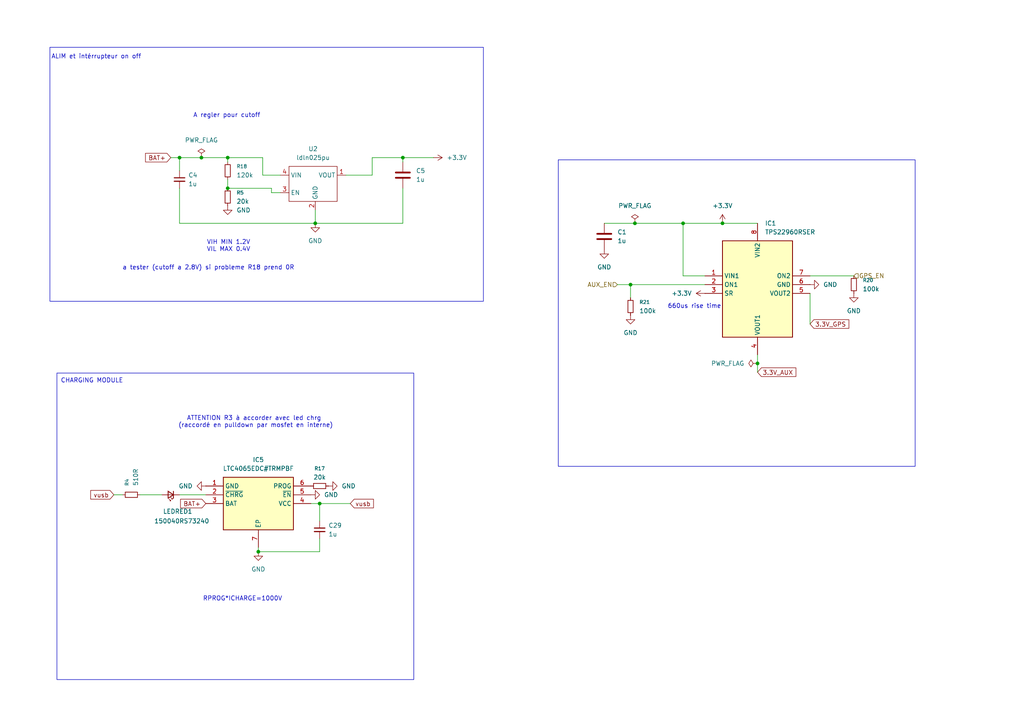
<source format=kicad_sch>
(kicad_sch (version 20250114) (generator "eeschema") (generator_version "9.0")
  (paper "A4")
  (lib_symbols
    (symbol "Device:C" (pin_numbers (hide yes)) (pin_names (offset 0.254))
      (property "Reference" "C" (at 0.635 2.54 0))
      (property "Value" "C" (at 0.635 -2.54 0))
      (symbol "C_0_1"
        (polyline (pts (xy -2.032 0.762) (xy 2.032 0.762)) (stroke (width 0.508)))
        (polyline (pts (xy -2.032 -0.762) (xy 2.032 -0.762)) (stroke (width 0.508)))
      )
      (symbol "C_1_1"
        (pin passive line (at 0 3.81 270) (length 2.794) (name "~") (number "1"))
        (pin passive line (at 0 -3.81 90) (length 2.794) (name "~") (number "2"))
      )
    )
    (symbol "Device:C_Small" (pin_numbers (hide yes)) (pin_names (offset 0.254) (hide yes))
      (property "Reference" "C" (at 0.254 1.778 0))
      (property "Value" "C_Small" (at 0.254 -2.032 0))
      (symbol "C_Small_0_1"
        (polyline (pts (xy -1.524 0.508) (xy 1.524 0.508)) (stroke (width 0.3048)))
        (polyline (pts (xy -1.524 -0.508) (xy 1.524 -0.508)) (stroke (width 0.3302)))
      )
      (symbol "C_Small_1_1"
        (pin passive line (at 0 2.54 270) (length 2.032) (name "~") (number "1"))
        (pin passive line (at 0 -2.54 90) (length 2.032) (name "~") (number "2"))
      )
    )
    (symbol "LED_Small_1" (pin_numbers (hide yes)) (pin_names (offset 0.254) (hide yes))
      (property "Reference" "D" (at -1.27 3.175 0))
      (property "Value" "LED_Small" (at -4.445 -2.54 0))
      (symbol "LED_Small_1_0_1"
        (polyline (pts (xy -0.762 -1.016) (xy -0.762 1.016)) (stroke (width 0.254)))
        (polyline (pts (xy 0 0.762) (xy -0.508 1.27) (xy -0.254 1.27) (xy -0.508 1.27) (xy -0.508 1.016)))
        (polyline (pts (xy 0.508 1.27) (xy 0 1.778) (xy 0.254 1.778) (xy 0 1.778) (xy 0 1.524)))
        (polyline (pts (xy 0.762 -1.016) (xy -0.762 0) (xy 0.762 1.016) (xy 0.762 -1.016)) (stroke (width 0.254)))
        (polyline (pts (xy 1.016 0) (xy -0.762 0)))
      )
      (symbol "LED_Small_1_1_1"
        (pin passive line (at -2.54 0 0) (length 1.778) (name "K") (number "1"))
        (pin passive line (at 2.54 0 180) (length 1.778) (name "A") (number "2"))
      )
    )
    (symbol "R_Small_1" (pin_numbers (hide yes)) (pin_names (offset 0.254) (hide yes))
      (property "Reference" "R" (at 0 0 90))
      (property "Value" "R_Small" (at 1.778 0 90))
      (symbol "R_Small_1_0_1"
        (rectangle (start -0.762 1.778) (end 0.762 -1.778) (stroke (width 0.2032)))
      )
      (symbol "R_Small_1_1_1"
        (pin passive line (at 0 2.54 270) (length 0.762) (name "~") (number "1"))
        (pin passive line (at 0 -2.54 90) (length 0.762) (name "~") (number "2"))
      )
    )
    (symbol "power:+3.3V" (power) (pin_numbers (hide yes)) (pin_names (offset 0) (hide yes))
      (property "Value" "+3.3V" (at 0 3.556 0))
      (symbol "+3.3V_0_1"
        (polyline (pts (xy -0.762 1.27) (xy 0 2.54)))
        (polyline (pts (xy 0 2.54) (xy 0.762 1.27)))
        (polyline (pts (xy 0 0) (xy 0 2.54)))
      )
      (symbol "+3.3V_1_1"
        (pin power_in line (at 0 0 90) (length 0) (name "~") (number "1"))
      )
    )
    (symbol "power:GND" (power) (pin_numbers (hide yes)) (pin_names (offset 0) (hide yes))
      (property "Value" "GND" (at 0 -3.81 0))
      (symbol "GND_0_1"
        (polyline (pts (xy 0 0) (xy 0 -1.27) (xy 1.27 -1.27) (xy 0 -2.54) (xy -1.27 -1.27) (xy 0 -1.27)))
      )
      (symbol "GND_1_1"
        (pin power_in line (at 0 0 270) (length 0) (name "~") (number "1"))
      )
    )
    (symbol "power:PWR_FLAG" (power) (pin_numbers (hide yes)) (pin_names (offset 0) (hide yes))
      (property "Value" "PWR_FLAG" (at 0 3.81 0))
      (symbol "PWR_FLAG_0_0"
        (pin power_out line (at 0 0 90) (length 0) (name "~") (number "1"))
      )
      (symbol "PWR_FLAG_0_1"
        (polyline (pts (xy 0 0) (xy 0 1.27) (xy -1.016 1.905) (xy 0 2.54) (xy 1.016 1.905) (xy 0 1.27)))
      )
    )
    (symbol "samacsys2:LTC4065EDC#TRMPBF"
      (property "Reference" "IC" (at 26.67 7.62 0))
      (property "Value" "LTC4065EDC#TRMPBF" (at 26.67 5.08 0))
      (symbol "LTC4065EDC#TRMPBF_1_1"
        (rectangle (start 5.08 2.54) (end 25.4 -12.7) (stroke (width 0.254)) (fill (type background)))
        (pin passive line (at 0 0 0) (length 5.08) (name "GND") (number "1"))
        (pin passive line (at 0 -2.54 0) (length 5.08) (name "~{CHRG}") (number "2"))
        (pin passive line (at 0 -5.08 0) (length 5.08) (name "BAT") (number "3"))
        (pin passive line (at 15.24 -17.78 90) (length 5.08) (name "EP") (number "7"))
        (pin passive line (at 30.48 0 180) (length 5.08) (name "PROG") (number "6"))
        (pin passive line (at 30.48 -2.54 180) (length 5.08) (name "~{EN}") (number "5"))
        (pin passive line (at 30.48 -5.08 180) (length 5.08) (name "VCC") (number "4"))
      )
    )
    (symbol "samacsys2:TPS22960RSER"
      (property "Reference" "IC" (at 26.67 15.24 0))
      (property "Value" "TPS22960RSER" (at 26.67 12.7 0))
      (symbol "TPS22960RSER_1_1"
        (rectangle (start 5.08 10.16) (end 25.4 -17.78) (stroke (width 0.254)) (fill (type background)))
        (pin free line (at 0 0 0) (length 5.08) (name "VIN1") (number "1"))
        (pin free line (at 0 -2.54 0) (length 5.08) (name "ON1") (number "2"))
        (pin free line (at 0 -5.08 0) (length 5.08) (name "SR") (number "3"))
        (pin power_in line (at 15.24 15.24 270) (length 5.08) (name "VIN2") (number "8"))
        (pin power_in line (at 15.24 -22.86 90) (length 5.08) (name "VOUT1") (number "4"))
        (pin free line (at 30.48 0 180) (length 5.08) (name "ON2") (number "7"))
        (pin free line (at 30.48 -2.54 180) (length 5.08) (name "GND") (number "6"))
        (pin free line (at 30.48 -5.08 180) (length 5.08) (name "VOUT2") (number "5"))
      )
    )
    (symbol "samacsys:ldln025pu"
      (property "Reference" "U" (at 0.254 7.62 0))
      (property "Value" "ldln025pu" (at 0.254 5.08 0))
      (symbol "ldln025pu_0_1"
        (rectangle (start -6.35 3.81) (end 7.62 -6.35))
      )
      (symbol "ldln025pu_1_1"
        (pin free line (at -8.89 1.27 0) (length 2.54) (name "VIN") (number "4"))
        (pin free line (at -8.89 -3.81 0) (length 2.54) (name "EN") (number "3"))
        (pin free line (at 1.27 -8.89 90) (length 2.54) (name "GND") (number "2"))
        (pin free line (at 10.16 1.27 180) (length 2.54) (name "VOUT") (number "1"))
      )
    )
  )
  (rectangle (start 16.51 108.204) (end 120.015 197.104))
  (rectangle (start 161.925 46.355) (end 265.43 135.255))
  (rectangle (start 14.478 13.716) (end 140.208 87.376))
  (text "VIH MIN 1.2V\nVIL MAX 0.4V" (at 66.294 71.374 0) (effects (font (size 1.27 1.27))))
  (text "ALIM et intérrupteur on off" (at 27.94 16.51 0) (effects (font (size 1.27 1.27))))
  (text "A regler pour cutoff" (at 65.786 33.528 0) (effects (font (size 1.27 1.27))))
  (text "a tester (cutoff a 2.8V) si probleme R18 prend 0R" (at 60.452 77.724 0) (effects (font (size 1.27 1.27))))
  (text "RPROG*ICHARGE=1000V" (at 70.358 173.736 0) (effects (font (size 1.27 1.27))))
  (text "ATTENTION R3 à accorder avec led chrg \n(raccordé en pulldown par mosfet en interne)\n" (at 74.168 122.428 0) (effects (font (size 1.27 1.27))))
  (text "CHARGING MODULE" (at 26.67 110.49 0) (effects (font (size 1.27 1.27))))
  (text "660us rise time" (at 201.422 88.9 0) (effects (font (size 1.27 1.27))))
  (junction (at 74.93 160.02))
  (junction (at 198.12 64.77))
  (junction (at 52.07 45.72))
  (junction (at 66.04 45.72))
  (junction (at 182.88 82.55))
  (junction (at 92.71 146.05))
  (junction (at 116.84 45.72))
  (junction (at 184.15 64.77))
  (junction (at 209.55 64.77))
  (junction (at 91.44 64.77))
  (junction (at 219.71 105.41))
  (junction (at 58.42 45.72))
  (junction (at 66.04 54.61))
  (wire (pts (xy 116.84 45.72) (xy 116.84 46.99)))
  (wire (pts (xy 66.04 46.99) (xy 66.04 45.72)))
  (wire (pts (xy 52.07 64.77) (xy 91.44 64.77)))
  (wire (pts (xy 91.44 64.77) (xy 116.84 64.77)))
  (wire (pts (xy 66.04 54.61) (xy 78.74 54.61)))
  (wire (pts (xy 100.33 50.8) (xy 107.95 50.8)))
  (wire (pts (xy 52.07 45.72) (xy 52.07 49.53)))
  (wire (pts (xy 234.95 80.01) (xy 247.65 80.01)))
  (wire (pts (xy 58.42 45.72) (xy 66.04 45.72)))
  (wire (pts (xy 92.71 146.05) (xy 90.17 146.05)))
  (wire (pts (xy 198.12 64.77) (xy 209.55 64.77)))
  (wire (pts (xy 59.69 143.51) (xy 52.07 143.51)))
  (wire (pts (xy 92.71 151.13) (xy 92.71 146.05)))
  (wire (pts (xy 78.74 54.61) (xy 78.74 55.88)))
  (wire (pts (xy 52.07 45.72) (xy 58.42 45.72)))
  (wire (pts (xy 175.26 64.77) (xy 184.15 64.77)))
  (wire (pts (xy 78.74 55.88) (xy 81.28 55.88)))
  (wire (pts (xy 81.28 50.8) (xy 76.2 50.8)))
  (wire (pts (xy 234.95 93.98) (xy 234.95 85.09)))
  (wire (pts (xy 40.64 143.51) (xy 46.99 143.51)))
  (wire (pts (xy 101.6 146.05) (xy 92.71 146.05)))
  (wire (pts (xy 116.84 54.61) (xy 116.84 64.77)))
  (wire (pts (xy 182.88 86.36) (xy 182.88 82.55)))
  (wire (pts (xy 52.07 54.61) (xy 52.07 64.77)))
  (wire (pts (xy 74.93 160.02) (xy 74.93 158.75)))
  (wire (pts (xy 204.47 80.01) (xy 198.12 80.01)))
  (wire (pts (xy 107.95 45.72) (xy 116.84 45.72)))
  (wire (pts (xy 92.71 156.21) (xy 92.71 160.02)))
  (wire (pts (xy 49.53 45.72) (xy 52.07 45.72)))
  (wire (pts (xy 179.07 82.55) (xy 182.88 82.55)))
  (wire (pts (xy 107.95 50.8) (xy 107.95 45.72)))
  (wire (pts (xy 184.15 64.77) (xy 198.12 64.77)))
  (wire (pts (xy 198.12 64.77) (xy 198.12 80.01)))
  (wire (pts (xy 182.88 82.55) (xy 204.47 82.55)))
  (wire (pts (xy 76.2 45.72) (xy 66.04 45.72)))
  (wire (pts (xy 219.71 107.95) (xy 219.71 105.41)))
  (wire (pts (xy 209.55 64.77) (xy 219.71 64.77)))
  (wire (pts (xy 66.04 52.07) (xy 66.04 54.61)))
  (wire (pts (xy 33.02 143.51) (xy 35.56 143.51)))
  (wire (pts (xy 91.44 60.96) (xy 91.44 64.77)))
  (wire (pts (xy 76.2 50.8) (xy 76.2 45.72)))
  (wire (pts (xy 92.71 160.02) (xy 74.93 160.02)))
  (wire (pts (xy 116.84 45.72) (xy 125.73 45.72)))
  (wire (pts (xy 219.71 105.41) (xy 219.71 102.87)))
  (global_label "3.3V_AUX" (shape input) (at 219.71 107.95 0) (property "Intersheetrefs" "${INTERSHEET_REFS}" (effects (hide yes))))
  (global_label "vusb" (shape input) (at 33.02 143.51 180) (property "Intersheetrefs" "${INTERSHEET_REFS}" (effects (hide yes))))
  (global_label "BAT+" (shape input) (at 59.69 146.05 180) (property "Intersheetrefs" "${INTERSHEET_REFS}" (effects (hide yes))))
  (global_label "3.3V_GPS" (shape input) (at 234.95 93.98 0) (property "Intersheetrefs" "${INTERSHEET_REFS}" (effects (hide yes))))
  (global_label "BAT+" (shape input) (at 49.53 45.72 180) (property "Intersheetrefs" "${INTERSHEET_REFS}" (effects (hide yes))))
  (global_label "vusb" (shape input) (at 101.6 146.05 0) (property "Intersheetrefs" "${INTERSHEET_REFS}" (effects (hide yes))))
  (hierarchical_label "AUX_EN" (shape input) (at 179.07 82.55 180))
  (hierarchical_label "GPS_EN" (shape input) (at 247.65 80.01 0))
  (symbol (lib_id "power:PWR_FLAG") (at 219.71 105.41 90) (unit 1)
    (property "Reference" "#FLG03" (effects (hide yes)))
    (property "Value" "PWR_FLAG" (at 215.9 105.4099 90) (effects (justify left)))
    (property "Description" "Special symbol for telling ERC where power comes from" (effects (hide yes)))
  )
  (symbol (lib_name "R_Small_1") (lib_id "Device:R_Small") (at 38.1 143.51 270) (unit 1)
    (property "Reference" "R4" (at 36.8299 140.97 0) (effects (font (size 1.016 1.016)) (justify right)))
    (property "Value" "510R" (at 39.3699 140.97 0) (effects (justify right)))
    (property "Footprint" "Resistor_SMD:R_0201_0603Metric_Pad0.64x0.40mm_HandSolder" (effects (hide yes)))
    (property "Description" "Resistor, small symbol" (effects (hide yes)))
    (property "Mouser Part Number" "603-RC0201JR-07510RL" (effects (hide yes)))
    (property "Mouser Price/Stock" "https://www.mouser.fr/ProductDetail/YAGEO/RC0201JR-07510RL?qs=Q4gDqC5t5%2FDAdrMT21SmCw%3D%3D" (effects (hide yes)))
  )
  (symbol (lib_id "samacsys2:TPS22960RSER") (at 204.47 80.01 0) (unit 1)
    (property "Reference" "IC1" (at 221.8533 64.77 0) (effects (justify left)))
    (property "Value" "TPS22960RSER" (at 221.8533 67.31 0) (effects (justify left)))
    (property "Footprint" "samacsys2:TPS22960RSER" (effects (hide yes)))
    (property "Datasheet" "https://www.ti.com/lit/ds/symlink/tps22960.pdf?ts=1638681846865&ref_url=https%253A%252F%252Fwww.google.com%252F" (effects (hide yes)))
    (property "Description" "Power Switch Hi Side 2-OUT 0.5A 0.848Ohm 8-Pin UQFN T/R" (effects (hide yes)))
    (property "Height" "0.6" (effects (hide yes)))
    (property "Manufacturer_Name" "Texas Instruments" (effects (hide yes)))
    (property "Manufacturer_Part_Number" "TPS22960RSER" (effects (hide yes)))
    (property "Mouser Part Number" "595-TPS22960RSER" (effects (hide yes)))
    (property "Mouser Price/Stock" "https://www.mouser.co.uk/ProductDetail/Texas-Instruments/TPS22960RSER?qs=EQxOuqCyzqQpKHLEcq5RSg%3D%3D" (effects (hide yes)))
    (property "Arrow Part Number" "TPS22960RSER" (effects (hide yes)))
    (property "Arrow Price/Stock" "https://www.arrow.com/en/products/tps22960rser/texas-instruments?region=nac" (effects (hide yes)))
  )
  (symbol (lib_id "power:GND") (at 95.25 140.97 90) (mirror x) (unit 1)
    (property "Reference" "#PWR02" (effects (hide yes)))
    (property "Value" "GND" (at 99.06 140.9699 90) (effects (justify right)))
    (property "Description" "Power symbol creates a global label with name \"GND\" , ground" (effects (hide yes)))
  )
  (symbol (lib_id "power:GND") (at 59.69 140.97 270) (unit 1)
    (property "Reference" "#PWR039" (effects (hide yes)))
    (property "Value" "GND" (at 55.88 140.9699 90) (effects (justify right)))
    (property "Description" "Power symbol creates a global label with name \"GND\" , ground" (effects (hide yes)))
  )
  (symbol (lib_name "R_Small_1") (lib_id "Device:R_Small") (at 66.04 57.15 180) (unit 1)
    (property "Reference" "R5" (at 68.58 55.8799 0) (effects (font (size 1.016 1.016)) (justify right)))
    (property "Value" "20k" (at 68.58 58.4199 0) (effects (justify right)))
    (property "Footprint" "Resistor_SMD:R_0201_0603Metric_Pad0.64x0.40mm_HandSolder" (effects (hide yes)))
    (property "Description" "Resistor, small symbol" (effects (hide yes)))
    (property "Mouser Part Number" "603-AC0201FR-0720KL" (effects (hide yes)))
    (property "Mouser Price/Stock" "https://www.mouser.fr/ProductDetail/YAGEO/AC0201FR-0720KL?qs=NgbZBzc1CyEbaKDOC3%252BFfg%3D%3D" (effects (hide yes)))
  )
  (symbol (lib_id "power:+3.3V") (at 204.47 85.09 90) (unit 1)
    (property "Reference" "#PWR033" (effects (hide yes)))
    (property "Value" "+3.3V" (at 200.66 85.0899 90) (effects (justify left)))
    (property "Description" "Power symbol creates a global label with name \"+3.3V\"" (effects (hide yes)))
  )
  (symbol (lib_name "R_Small_1") (lib_id "Device:R_Small") (at 182.88 88.9 180) (unit 1)
    (property "Reference" "R21" (at 185.42 87.6299 0) (effects (font (size 1.016 1.016)) (justify right)))
    (property "Value" "100k" (at 185.42 90.1699 0) (effects (justify right)))
    (property "Footprint" "Resistor_SMD:R_0201_0603Metric_Pad0.64x0.40mm_HandSolder" (effects (hide yes)))
    (property "Description" "Resistor, small symbol" (effects (hide yes)))
    (property "Mouser Part Number" "603-RC0201BR-07100KL" (effects (hide yes)))
    (property "Mouser Price/Stock" "https://www.mouser.fr/ProductDetail/YAGEO/RC0201BR-07100KL?qs=r5DSvlrkXmKB5tn%2FBtA0vQ%3D%3D" (effects (hide yes)))
  )
  (symbol (lib_id "power:+3.3V") (at 125.73 45.72 270) (unit 1)
    (property "Reference" "#PWR06" (effects (hide yes)))
    (property "Value" "+3.3V" (at 129.54 45.7199 90) (effects (justify left)))
    (property "Description" "Power symbol creates a global label with name \"+3.3V\"" (effects (hide yes)))
  )
  (symbol (lib_id "samacsys:ldln025pu") (at 90.17 52.07 0) (unit 1)
    (property "Reference" "U2" (at 90.805 43.18 0))
    (property "Value" "ldln025pu" (at 90.805 45.72 0))
    (property "Footprint" "samacsys:ldln025pu" (effects (hide yes)))
    (property "Mouser Part Number" "511-LDLN025PU33R" (effects (hide yes)))
    (property "Mouser Price/Stock" "https://www.mouser.fr/ProductDetail/STMicroelectronics/LDLN025PU33R?qs=aVyJF2WnouRLo66BkrxZ7g%3D%3D" (effects (hide yes)))
  )
  (symbol (lib_id "power:GND") (at 74.93 160.02 0) (unit 1)
    (property "Reference" "#PWR040" (effects (hide yes)))
    (property "Value" "GND" (at 74.93 165.1 0))
    (property "Description" "Power symbol creates a global label with name \"GND\" , ground" (effects (hide yes)))
  )
  (symbol (lib_id "Device:C_Small") (at 52.07 52.07 0) (unit 1)
    (property "Reference" "C4" (at 54.61 50.8062 0) (effects (justify left)))
    (property "Value" "1u" (at 54.61 53.3462 0) (effects (justify left)))
    (property "Footprint" "Capacitor_SMD:C_0402_1005Metric" (effects (hide yes)))
    (property "Description" "Unpolarized capacitor, small symbol" (effects (hide yes)))
  )
  (symbol (lib_id "power:GND") (at 247.65 85.09 0) (unit 1)
    (property "Reference" "#PWR034" (effects (hide yes)))
    (property "Value" "GND" (at 247.65 90.17 0))
    (property "Description" "Power symbol creates a global label with name \"GND\" , ground" (effects (hide yes)))
  )
  (symbol (lib_id "power:GND") (at 91.44 64.77 0) (unit 1)
    (property "Reference" "#PWR05" (effects (hide yes)))
    (property "Value" "GND" (at 91.44 69.85 0))
    (property "Description" "Power symbol creates a global label with name \"GND\" , ground" (effects (hide yes)))
  )
  (symbol (lib_id "power:GND") (at 66.04 59.69 0) (unit 1)
    (property "Reference" "#PWR054" (effects (hide yes)))
    (property "Value" "GND" (at 68.58 60.9599 0) (effects (justify left)))
    (property "Description" "Power symbol creates a global label with name \"GND\" , ground" (effects (hide yes)))
  )
  (symbol (lib_name "LED_Small_1") (lib_id "Device:LED_Small") (at 49.53 143.51 180) (unit 1)
    (property "Reference" "LEDRED1" (at 47.244 148.336 0) (effects (justify right)))
    (property "Value" "150040RS73240" (at 44.704 151.13 0) (effects (justify right)))
    (property "Footprint" "LED_SMD:LED_0402_1005Metric" (effects (hide yes)))
    (property "Description" "Light emitting diode, small symbol" (effects (hide yes)))
    (property "Sim.Pin" "1=K 2=A" (effects (hide yes)))
    (property "Manufacturer_Name" "Wurth Elektronik" (effects (hide yes)))
    (property "Manufacturer_Part_Number" "150040GS73240" (effects (hide yes)))
    (property "Mouser Part Number" "710-150040GS73240" (effects (hide yes)))
    (property "Mouser Price/Stock" "https://www.mouser.fr/ProductDetail/Wurth-Elektronik/150040GS73240?qs=fAHHVMwC%252Bbgmx0FZHKuCJg%3D%3D" (effects (hide yes)))
  )
  (symbol (lib_id "Device:C") (at 175.26 68.58 0) (unit 1)
    (property "Reference" "C1" (at 179.07 67.3099 0) (effects (justify left)))
    (property "Value" "1u" (at 179.07 69.8499 0) (effects (justify left)))
    (property "Footprint" "Capacitor_SMD:C_0402_1005Metric" (effects (hide yes)))
    (property "Description" "Unpolarized capacitor" (effects (hide yes)))
  )
  (symbol (lib_id "power:PWR_FLAG") (at 184.15 64.77 0) (unit 1)
    (property "Reference" "#FLG05" (effects (hide yes)))
    (property "Value" "PWR_FLAG" (at 184.15 59.69 0))
    (property "Description" "Special symbol for telling ERC where power comes from" (effects (hide yes)))
  )
  (symbol (lib_name "R_Small_1") (lib_id "Device:R_Small") (at 247.65 82.55 180) (unit 1)
    (property "Reference" "R20" (at 250.19 81.2799 0) (effects (font (size 1.016 1.016)) (justify right)))
    (property "Value" "100k" (at 250.19 83.8199 0) (effects (justify right)))
    (property "Footprint" "Resistor_SMD:R_0201_0603Metric_Pad0.64x0.40mm_HandSolder" (effects (hide yes)))
    (property "Description" "Resistor, small symbol" (effects (hide yes)))
    (property "Mouser Part Number" "603-RC0201BR-07100KL" (effects (hide yes)))
    (property "Mouser Price/Stock" "https://www.mouser.fr/ProductDetail/YAGEO/RC0201BR-07100KL?qs=r5DSvlrkXmKB5tn%2FBtA0vQ%3D%3D" (effects (hide yes)))
  )
  (symbol (lib_id "power:GND") (at 175.26 72.39 0) (unit 1)
    (property "Reference" "#PWR020" (effects (hide yes)))
    (property "Value" "GND" (at 175.26 77.47 0))
    (property "Description" "Power symbol creates a global label with name \"GND\" , ground" (effects (hide yes)))
  )
  (symbol (lib_id "Device:C_Small") (at 92.71 153.67 0) (unit 1)
    (property "Reference" "C29" (at 95.25 152.4062 0) (effects (justify left)))
    (property "Value" "1u" (at 95.25 154.9462 0) (effects (justify left)))
    (property "Footprint" "Capacitor_SMD:C_0402_1005Metric" (effects (hide yes)))
    (property "Description" "Unpolarized capacitor, small symbol" (effects (hide yes)))
  )
  (symbol (lib_name "R_Small_1") (lib_id "Device:R_Small") (at 92.71 140.97 90) (mirror x) (unit 1)
    (property "Reference" "R17" (at 92.71 135.89 90) (effects (font (size 1.016 1.016))))
    (property "Value" "20k" (at 92.71 138.43 90))
    (property "Footprint" "Resistor_SMD:R_0201_0603Metric_Pad0.64x0.40mm_HandSolder" (effects (hide yes)))
    (property "Description" "Resistor, small symbol" (effects (hide yes)))
    (property "Mouser Part Number" "603-AC0201FR-0720KL" (effects (hide yes)))
    (property "Mouser Price/Stock" "https://www.mouser.fr/ProductDetail/YAGEO/AC0201FR-0720KL?qs=NgbZBzc1CyEbaKDOC3%252BFfg%3D%3D" (effects (hide yes)))
  )
  (symbol (lib_id "power:PWR_FLAG") (at 58.42 45.72 0) (unit 1)
    (property "Reference" "#FLG01" (effects (hide yes)))
    (property "Value" "PWR_FLAG" (at 58.42 40.64 0))
    (property "Description" "Special symbol for telling ERC where power comes from" (effects (hide yes)))
  )
  (symbol (lib_id "power:GND") (at 90.17 143.51 90) (unit 1)
    (property "Reference" "#PWR03" (effects (hide yes)))
    (property "Value" "GND" (at 93.98 143.5099 90) (effects (justify right)))
    (property "Description" "Power symbol creates a global label with name \"GND\" , ground" (effects (hide yes)))
  )
  (symbol (lib_id "power:GND") (at 234.95 82.55 90) (unit 1)
    (property "Reference" "#PWR022" (effects (hide yes)))
    (property "Value" "GND" (at 238.76 82.5499 90) (effects (justify right)))
    (property "Description" "Power symbol creates a global label with name \"GND\" , ground" (effects (hide yes)))
  )
  (symbol (lib_id "power:GND") (at 182.88 91.44 0) (unit 1)
    (property "Reference" "#PWR041" (effects (hide yes)))
    (property "Value" "GND" (at 182.88 96.52 0))
    (property "Description" "Power symbol creates a global label with name \"GND\" , ground" (effects (hide yes)))
  )
  (symbol (lib_id "power:+3.3V") (at 209.55 64.77 0) (unit 1)
    (property "Reference" "#PWR04" (effects (hide yes)))
    (property "Value" "+3.3V" (at 209.55 59.69 0))
    (property "Description" "Power symbol creates a global label with name \"+3.3V\"" (effects (hide yes)))
  )
  (symbol (lib_name "R_Small_1") (lib_id "Device:R_Small") (at 66.04 49.53 180) (unit 1)
    (property "Reference" "R18" (at 68.58 48.2599 0) (effects (font (size 1.016 1.016)) (justify right)))
    (property "Value" "120k" (at 68.58 50.7999 0) (effects (justify right)))
    (property "Footprint" "Resistor_SMD:R_0201_0603Metric_Pad0.64x0.40mm_HandSolder" (effects (hide yes)))
    (property "Description" "Resistor, small symbol" (effects (hide yes)))
    (property "Mouser Part Number" "603-RC0201JR-07120KL" (effects (hide yes)))
    (property "Mouser Price/Stock" "https://www.mouser.fr/ProductDetail/YAGEO/RC0201JR-07120KL?qs=50q%252BZR8McTE42SrRwjbjMg%3D%3D" (effects (hide yes)))
  )
  (symbol (lib_id "samacsys2:LTC4065EDC#TRMPBF") (at 59.69 140.97 0) (unit 1)
    (property "Reference" "IC5" (at 74.93 133.35 0))
    (property "Value" "LTC4065EDC#TRMPBF" (at 74.93 135.89 0))
    (property "Footprint" "samacsys2:SON50P200X200X80-7N-D" (effects (hide yes)))
    (property "Datasheet" "https://www.arrow.com/en/products/ltc4065edctrmpbf/analog-devices" (effects (hide yes)))
    (property "Description" "Battery Charger Li-Ion 500mA 4.2V 6-Pin DFN EP T/R" (effects (hide yes)))
    (property "Height" "0.8" (effects (hide yes)))
    (property "Manufacturer_Name" "Analog Devices" (effects (hide yes)))
    (property "Manufacturer_Part_Number" "LTC4065EDC#TRMPBF" (effects (hide yes)))
    (property "Mouser Part Number" "584-LTC4065EDCTRMPBF" (effects (hide yes)))
    (property "Mouser Price/Stock" "https://www.mouser.co.uk/ProductDetail/Analog-Devices/LTC4065EDCTRMPBF?qs=hVkxg5c3xu%252BjxEjwXqRRgQ%3D%3D" (effects (hide yes)))
    (property "Arrow Part Number" "LTC4065EDC#TRMPBF" (effects (hide yes)))
    (property "Arrow Price/Stock" "https://www.arrow.com/en/products/ltc4065edctrmpbf/analog-devices?region=nac" (effects (hide yes)))
  )
  (symbol (lib_id "Device:C") (at 116.84 50.8 0) (unit 1)
    (property "Reference" "C5" (at 120.65 49.5299 0) (effects (justify left)))
    (property "Value" "1u" (at 120.65 52.0699 0) (effects (justify left)))
    (property "Footprint" "Capacitor_SMD:C_0402_1005Metric" (effects (hide yes)))
    (property "Description" "Unpolarized capacitor" (effects (hide yes)))
  )
)
</source>
